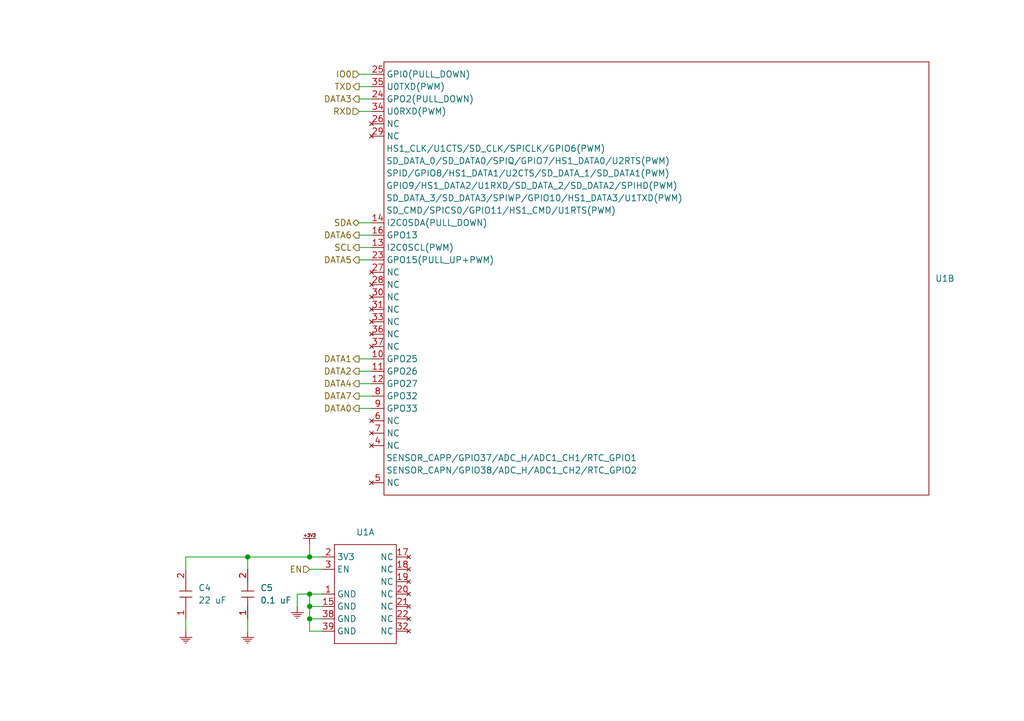
<source format=kicad_sch>
(kicad_sch (version 20230121) (generator eeschema)
  (paper "A5")
  (lib_symbols
    (symbol "zandmd:+3V3" (power) (pin_names (offset 0))
      (symbol "+3V3_0_1"
        (polyline (pts (xy -1.27 1.27) (xy 1.27 1.27)))
        (polyline (pts (xy 0 0) (xy 0 1.27)))
      )
      (symbol "+3V3_1_1"
        (text "+3V3" (at 0 1.905 0) (effects (font (size 0.635 0.635))))
        (pin power_in line (at 0 0 90) (length 0) hide (name "+3V3") (number "1"))
      )
    )
    (symbol "zandmd:CAPACITOR" (pin_names (offset 0))
      (property "Reference" "C" (at 0 0 0))
      (property "Value" "C" (at 0 0 0))
      (symbol "CAPACITOR_0_1"
        (polyline (pts (xy 2.54 0) (xy 4.445 0)))
        (polyline (pts (xy 4.445 1.27) (xy 4.445 -1.27)))
        (polyline (pts (xy 5.715 1.27) (xy 5.715 -1.27)))
        (polyline (pts (xy 7.62 0) (xy 5.715 0)))
      )
      (symbol "CAPACITOR_1_1"
        (pin passive line (at 0 0 0) (length 2.54) (name "") (number "1"))
        (pin passive line (at 10.16 0 180) (length 2.54) (name "") (number "2"))
      )
    )
    (symbol "zandmd:ESP32-WROOM-32E-N4"
      (property "Reference" "U" (at 0 0 0))
      (symbol "ESP32-WROOM-32E-N4_1_1"
        (rectangle (start 2.54 20.32) (end 15.24 0))
        (pin passive line (at 0 10.16 0) (length 2.54) (name "GND") (number "1"))
        (pin passive line (at 0 7.62 0) (length 2.54) (name "GND") (number "15"))
        (pin no_connect line (at 17.78 17.78 180) (length 2.54) (name "NC") (number "17"))
        (pin no_connect line (at 17.78 15.24 180) (length 2.54) (name "NC") (number "18"))
        (pin no_connect line (at 17.78 12.7 180) (length 2.54) (name "NC") (number "19"))
        (pin power_in line (at 0 17.78 0) (length 2.54) (name "3V3") (number "2"))
        (pin no_connect line (at 17.78 10.16 180) (length 2.54) (name "NC") (number "20"))
        (pin no_connect line (at 17.78 7.62 180) (length 2.54) (name "NC") (number "21"))
        (pin no_connect line (at 17.78 5.08 180) (length 2.54) (name "NC") (number "22"))
        (pin input line (at 0 15.24 0) (length 2.54) (name "EN") (number "3"))
        (pin no_connect line (at 17.78 2.54 180) (length 2.54) (name "NC") (number "32"))
        (pin passive line (at 0 5.08 0) (length 2.54) (name "GND") (number "38"))
        (pin passive line (at 0 2.54 0) (length 2.54) (name "GND") (number "39"))
      )
      (symbol "ESP32-WROOM-32E-N4_2_1"
        (rectangle (start 2.54 88.9) (end 114.3 0))
        (text "GPIO9/HS1_DATA2/U1RXD/SD_DATA_2/SD_DATA2/SPIHD(PWM)" (at 2.9718 63.5 0) (effects (font (size 1.27 1.27)) (justify left)))
        (text "HS1_CLK/U1CTS/SD_CLK/SPICLK/GPIO6(PWM)" (at 2.9718 71.12 0) (effects (font (size 1.27 1.27)) (justify left)))
        (text "SD_CMD/SPICS0/GPIO11/HS1_CMD/U1RTS(PWM)" (at 2.9718 58.42 0) (effects (font (size 1.27 1.27)) (justify left)))
        (text "SD_DATA_0/SD_DATA0/SPIQ/GPIO7/HS1_DATA0/U2RTS(PWM)" (at 2.9718 68.58 0) (effects (font (size 1.27 1.27)) (justify left)))
        (text "SD_DATA_3/SD_DATA3/SPIWP/GPIO10/HS1_DATA3/U1TXD(PWM)" (at 2.9718 60.96 0) (effects (font (size 1.27 1.27)) (justify left)))
        (text "SENSOR_CAPN/GPIO38/ADC_H/ADC1_CH2/RTC_GPIO2" (at 2.9718 5.08 0) (effects (font (size 1.27 1.27)) (justify left)))
        (text "SENSOR_CAPP/GPIO37/ADC_H/ADC1_CH1/RTC_GPIO1" (at 2.9718 7.62 0) (effects (font (size 1.27 1.27)) (justify left)))
        (text "SPID/GPIO8/HS1_DATA1/U2CTS/SD_DATA_1/SD_DATA1(PWM)" (at 2.9718 66.04 0) (effects (font (size 1.27 1.27)) (justify left)))
        (pin bidirectional line (at 0 27.94 0) (length 2.54) (name "ADC2_CH8/RTC_GPIO6/GPIO25/EMAC_RXD0/DAC_1") (number "10") (alternate "GPO25" output line) (alternate "NC" no_connect line))
        (pin bidirectional line (at 0 25.4 0) (length 2.54) (name "GPIO26/EMAC_RXD1/DAC_2/ADC2_CH9/RTC_GPIO7") (number "11") (alternate "GPO26" output line) (alternate "NC" no_connect line))
        (pin bidirectional line (at 0 22.86 0) (length 2.54) (name "GPIO27/EMAC_RX_DV/ADC2_CH7/TOUCH7/RTC_GPIO17") (number "12") (alternate "GPO27" output line) (alternate "NC" no_connect line))
        (pin bidirectional line (at 0 50.8 0) (length 2.54) (name "HS2_CLK/SD_CLK/EMAC_TXD2/TOUCH6/RTC_GPIO16/MTMS/HSPICLK/GPIO14/ADC2_CH6(PWM)") (number "13") (alternate "I2C0SCL(PWM)" open_collector line) (alternate "NC" no_connect line))
        (pin bidirectional line (at 0 55.88 0) (length 2.54) (name "RTC_GPIO15/GPIO12/SD_DATA2/EMAC_TXD3/ADC2_CH5/TOUCH5/MTDI/HSPIQ/HS2_DATA2(PULL_DOWN)") (number "14") (alternate "I2C0SDA(PULL_DOWN)" open_collector line) (alternate "NC" no_connect line))
        (pin bidirectional line (at 0 53.34 0) (length 2.54) (name "HSPID/ADC2_CH4/TOUCH4/EMAC_RX_ER/RTC_GPIO14/MTCK/GPIO13/HS2_DATA3/SD_DATA3") (number "16") (alternate "GPO13" output line) (alternate "NC" no_connect line))
        (pin bidirectional line (at 0 48.26 0) (length 2.54) (name "RTC_GPIO13/I2C_SDA/MTDO/EMAC_RXD3/ADC2_CH4/SD_CMD/TOUCH3/HSPICS0/GPIO15/HS2_CMD(PULL_UP+PWM)") (number "23") (alternate "GPO15(PULL_UP+PWM)" output line) (alternate "NC" no_connect line))
        (pin bidirectional line (at 0 81.28 0) (length 2.54) (name "RTC_GPIO12/I2C_SCL/GPIO2/HSPIWP/HS2_DATA0/SD_DATA0/ADC2_CH2/TOUCH2(PULL_DOWN)") (number "24") (alternate "GPO2(PULL_DOWN)" output line) (alternate "I2C0SDA(PULL_DOWN)" open_collector line) (alternate "NC" no_connect line))
        (pin bidirectional line (at 0 86.36 0) (length 2.54) (name "GPIO0/CLK_OUT1/EMAC_TX_CLK/ADC2_CH1/TOUCH1/RTC_GPIO11/I2C_SDA(PULL_DOWN)") (number "25") (alternate "GPI0(PULL_DOWN)" input line) (alternate "I2C0SDA(PULL_DOWN)" open_collector line) (alternate "NC" no_connect line))
        (pin bidirectional line (at 0 76.2 0) (length 2.54) (name "EMAC_TX_ER/ADC2_CH0/TOUCH0/I2C_SCL/GPIO4/HSPIHD/HS2_DATA1/SD_DATA1/RTC_GPIO10") (number "26") (alternate "NC" no_connect line))
        (pin bidirectional line (at 0 45.72 0) (length 2.54) (name "U2RXD/EMAC_CLK_OUT/GPIO16/HS1_DATA4") (number "27") (alternate "NC" no_connect line))
        (pin bidirectional line (at 0 43.18 0) (length 2.54) (name "HS1_DATA5/U2TXD/EMAC_CLK_180/GPIO17") (number "28") (alternate "NC" no_connect line))
        (pin bidirectional line (at 0 73.66 0) (length 2.54) (name "GPIO5/VSPICS0/HS1_DATA6/EMAC_RX_CLK(PULL_UP+PWM)") (number "29") (alternate "NC" no_connect line))
        (pin bidirectional line (at 0 40.64 0) (length 2.54) (name "GPIO18/VSPICLK/HS1_DATA7") (number "30") (alternate "NC" no_connect line))
        (pin bidirectional line (at 0 38.1 0) (length 2.54) (name "GPIO19/VSPIQ/U0CTS/EMAC_TXD0") (number "31") (alternate "NC" no_connect line))
        (pin bidirectional line (at 0 35.56 0) (length 2.54) (name "GPIO21/VSPIHD/EMAC_TX_EN") (number "33") (alternate "NC" no_connect line))
        (pin bidirectional line (at 0 78.74 0) (length 2.54) (name "U0RXD/CLK_OUT2/GPIO3(PWM)") (number "34") (alternate "I2C0SCL(PWM)" open_collector line) (alternate "NC" no_connect line) (alternate "U0RXD(PWM)" input line))
        (pin bidirectional line (at 0 83.82 0) (length 2.54) (name "U0TXD/CLK_OUT3/GPIO1/EMAC_RXD2(PWM)") (number "35") (alternate "I2C0SCL(PWM)" open_collector line) (alternate "NC" no_connect line) (alternate "U0TXD(PWM)" output line))
        (pin bidirectional line (at 0 33.02 0) (length 2.54) (name "U0RTS/EMAC_TXD1/GPIO22/VSPIWP") (number "36") (alternate "NC" no_connect line))
        (pin bidirectional line (at 0 30.48 0) (length 2.54) (name "GPIO23/VSPID/HS1_STROBE") (number "37") (alternate "NC" no_connect line))
        (pin input line (at 0 10.16 0) (length 2.54) (name "RTC_GPIO0/SENSOR_VP/GPIO36/ADC_H/ADC1_CH0") (number "4") (alternate "NC" no_connect line))
        (pin input line (at 0 2.54 0) (length 2.54) (name "SENSOR_VN/GPIO39/ADC_H/ADC1_CH3/RTC_GPIO3") (number "5") (alternate "NC" no_connect line))
        (pin input line (at 0 15.24 0) (length 2.54) (name "VDET_1/GPIO34/ADC1_CH6/RTC_GPIO4") (number "6") (alternate "NC" no_connect line))
        (pin input line (at 0 12.7 0) (length 2.54) (name "DAC_1/ADC2_CH8/RTC_GPIO6/VDET_2/GPIO35") (number "7") (alternate "NC" no_connect line))
        (pin bidirectional line (at 0 20.32 0) (length 2.54) (name "32K_XP/GPIO32/XTAL_32K_P/ADC1_CH4/TOUCH9/RTC_GPIO9") (number "8") (alternate "GPO32" output line) (alternate "NC" no_connect line))
        (pin bidirectional line (at 0 17.78 0) (length 2.54) (name "32K_XN/GPIO33/XTAL_32K_N/ADC1_CH5/TOUCH8/RTC_GPIO8") (number "9") (alternate "GPO33" output line) (alternate "NC" no_connect line))
      )
    )
    (symbol "zandmd:GND" (power) (pin_names (offset 0))
      (symbol "GND_0_1"
        (polyline (pts (xy -1.27 -1.27) (xy 1.27 -1.27)))
        (polyline (pts (xy -0.889 -1.651) (xy 0.889 -1.651)))
        (polyline (pts (xy -0.508 -2.032) (xy 0.508 -2.032)))
        (polyline (pts (xy -0.127 -2.413) (xy 0.127 -2.413)))
        (polyline (pts (xy 0 0) (xy 0 -1.27)))
      )
      (symbol "GND_1_1"
        (pin power_in line (at 0 0 270) (length 0) hide (name "GND") (number "1"))
      )
    )
  )
  (junction (at 63.5 124.46))
  (junction (at 63.5 127))
  (junction (at 50.8 114.3))
  (junction (at 63.5 121.92))
  (junction (at 63.5 114.3))
  (wire (pts (xy 63.5 116.84) (xy 66.04 116.84)))
  (wire (pts (xy 73.66 78.74) (xy 76.2 78.74)))
  (wire (pts (xy 63.5 127) (xy 66.04 127)))
  (wire (pts (xy 73.66 73.66) (xy 76.2 73.66)))
  (wire (pts (xy 38.1 114.3) (xy 38.1 116.84)))
  (wire (pts (xy 66.04 121.92) (xy 63.5 121.92)))
  (wire (pts (xy 73.66 48.26) (xy 76.2 48.26)))
  (wire (pts (xy 63.5 124.46) (xy 63.5 127)))
  (wire (pts (xy 60.96 124.46) (xy 60.96 121.92)))
  (wire (pts (xy 38.1 127) (xy 38.1 129.54)))
  (wire (pts (xy 73.66 45.72) (xy 76.2 45.72)))
  (wire (pts (xy 73.66 76.2) (xy 76.2 76.2)))
  (wire (pts (xy 73.66 15.24) (xy 76.2 15.24)))
  (wire (pts (xy 73.66 50.8) (xy 76.2 50.8)))
  (wire (pts (xy 50.8 114.3) (xy 63.5 114.3)))
  (wire (pts (xy 50.8 127) (xy 50.8 129.54)))
  (wire (pts (xy 63.5 124.46) (xy 66.04 124.46)))
  (wire (pts (xy 63.5 121.92) (xy 63.5 124.46)))
  (wire (pts (xy 73.66 22.86) (xy 76.2 22.86)))
  (wire (pts (xy 73.66 83.82) (xy 76.2 83.82)))
  (wire (pts (xy 63.5 127) (xy 63.5 129.54)))
  (wire (pts (xy 63.5 129.54) (xy 66.04 129.54)))
  (wire (pts (xy 73.66 20.32) (xy 76.2 20.32)))
  (wire (pts (xy 73.66 81.28) (xy 76.2 81.28)))
  (wire (pts (xy 60.96 121.92) (xy 63.5 121.92)))
  (wire (pts (xy 73.66 53.34) (xy 76.2 53.34)))
  (wire (pts (xy 73.66 17.78) (xy 76.2 17.78)))
  (wire (pts (xy 50.8 114.3) (xy 38.1 114.3)))
  (wire (pts (xy 50.8 114.3) (xy 50.8 116.84)))
  (wire (pts (xy 63.5 111.76) (xy 63.5 114.3)))
  (wire (pts (xy 66.04 114.3) (xy 63.5 114.3)))
  (hierarchical_label "DATA5" (shape output) (at 73.66 53.34 180))
  (hierarchical_label "SDA" (shape bidirectional) (at 73.66 45.72 180))
  (hierarchical_label "DATA2" (shape output) (at 73.66 76.2 180))
  (hierarchical_label "DATA0" (shape output) (at 73.66 83.82 180))
  (hierarchical_label "DATA3" (shape output) (at 73.66 20.32 180))
  (hierarchical_label "DATA6" (shape output) (at 73.66 48.26 180))
  (hierarchical_label "TXD" (shape output) (at 73.66 17.78 180))
  (hierarchical_label "DATA7" (shape output) (at 73.66 81.28 180))
  (hierarchical_label "SCL" (shape output) (at 73.66 50.8 180))
  (hierarchical_label "RXD" (shape input) (at 73.66 22.86 180))
  (hierarchical_label "IO0" (shape input) (at 73.66 15.24 180))
  (hierarchical_label "DATA1" (shape output) (at 73.66 73.66 180))
  (hierarchical_label "DATA4" (shape output) (at 73.66 78.74 180))
  (hierarchical_label "EN" (shape input) (at 63.5 116.84 180))
  (symbol (lib_id "zandmd:ESP32-WROOM-32E-N4") (at 76.2 101.6 0) (unit 2)
    (property "Reference" "U1" (at 191.77 57.15 0) (effects (justify left)))
    (property "Value" "ESP32-WROOM-32E-N4" (effects hide))
    (property "Footprint" "zandmd:ESP32-WROOM-32E-N4" (effects hide))
    (property "Datasheet" "https://www.espressif.com/sites/default/files/documentation/esp32-wroom-32e_esp32-wroom-32ue_datasheet_en.pdf" (effects hide))
    (property "Design Guide" "https://www.espressif.com/sites/default/files/documentation/esp32_hardware_design_guidelines_en.pdf" (effects hide))
    (property "Technical Reference Manual" "https://www.espressif.com/sites/default/files/documentation/esp32_technical_reference_manual_en.pdf" (effects hide))
    (property "Sim.Enable" "0" (effects hide))
    (pin "10" (alternate "GPO25"))
    (pin "11" (alternate "GPO26"))
    (pin "12" (alternate "GPO27"))
    (pin "13" (alternate "I2C0SCL(PWM)"))
    (pin "14" (alternate "I2C0SDA(PULL_DOWN)"))
    (pin "16" (alternate "GPO13"))
    (pin "23" (alternate "GPO15(PULL_UP+PWM)"))
    (pin "24" (alternate "GPO2(PULL_DOWN)"))
    (pin "25" (alternate "GPI0(PULL_DOWN)"))
    (pin "26" (alternate "NC"))
    (pin "27" (alternate "NC"))
    (pin "28" (alternate "NC"))
    (pin "29" (alternate "NC"))
    (pin "30" (alternate "NC"))
    (pin "31" (alternate "NC"))
    (pin "33" (alternate "NC"))
    (pin "34" (alternate "U0RXD(PWM)"))
    (pin "35" (alternate "U0TXD(PWM)"))
    (pin "36" (alternate "NC"))
    (pin "37" (alternate "NC"))
    (pin "4" (alternate "NC"))
    (pin "5" (alternate "NC"))
    (pin "6" (alternate "NC"))
    (pin "7" (alternate "NC"))
    (pin "8" (alternate "GPO32"))
    (pin "9" (alternate "GPO33"))
  )
  (symbol (lib_id "zandmd:GND") (at 38.1 129.54 0) (unit 1)
    (property "Reference" "#PWR06" (effects hide))
    (property "Value" "GND" (effects hide))
    (instances (project "neopixel-controller" (path "" (reference "#PWR06") (unit 1))) (project "main-board" (path "" (reference "#PWR07") (unit 1))))
  )
  (symbol (lib_id "zandmd:GND") (at 50.8 129.54 0) (unit 1)
    (property "Reference" "#PWR07" (effects hide))
    (property "Value" "GND" (effects hide))
    (instances (project "neopixel-controller" (path "" (reference "#PWR07") (unit 1))) (project "main-board" (path "" (reference "#PWR06") (unit 1))))
  )
  (symbol (lib_id "zandmd:+3V3") (at 63.5 111.76 0) (unit 1)
    (property "Reference" "#PWR08" (effects hide))
    (property "Value" "+3V3" (effects hide))
  )
  (symbol (lib_id "zandmd:ESP32-WROOM-32E-N4") (at 66.04 132.08 0) (unit 1)
    (property "Reference" "U1" (at 74.93 109.22 0))
    (property "Value" "ESP32-WROOM-32E-N4" (effects hide))
    (property "Footprint" "zandmd:ESP32-WROOM-32E-N4" (effects hide))
    (property "Datasheet" "https://www.espressif.com/sites/default/files/documentation/esp32-wroom-32e_esp32-wroom-32ue_datasheet_en.pdf" (effects hide))
    (property "Design Guide" "https://www.espressif.com/sites/default/files/documentation/esp32_hardware_design_guidelines_en.pdf" (effects hide))
    (property "Technical Reference Manual" "https://www.espressif.com/sites/default/files/documentation/esp32_technical_reference_manual_en.pdf" (effects hide))
    (property "Sim.Enable" "0" (effects hide))
    (pin "10" (alternate "GPO25"))
    (pin "11" (alternate "GPO26"))
    (pin "12" (alternate "GPO27"))
    (pin "13" (alternate "I2C0SCL(PWM)"))
    (pin "14" (alternate "I2C0SDA(PULL_DOWN)"))
    (pin "16" (alternate "GPO13"))
    (pin "23" (alternate "GPO15(PULL_UP+PWM)"))
    (pin "24" (alternate "GPO2(PULL_DOWN)"))
    (pin "25" (alternate "GPI0(PULL_DOWN)"))
    (pin "26" (alternate "NC"))
    (pin "27" (alternate "NC"))
    (pin "28" (alternate "NC"))
    (pin "29" (alternate "NC"))
    (pin "30" (alternate "NC"))
    (pin "31" (alternate "NC"))
    (pin "33" (alternate "NC"))
    (pin "34" (alternate "U0RXD(PWM)"))
    (pin "35" (alternate "U0TXD(PWM)"))
    (pin "36" (alternate "NC"))
    (pin "37" (alternate "NC"))
    (pin "4" (alternate "NC"))
    (pin "5" (alternate "NC"))
    (pin "6" (alternate "NC"))
    (pin "7" (alternate "NC"))
    (pin "8" (alternate "GPO32"))
    (pin "9" (alternate "GPO33"))
  )
  (symbol (lib_id "zandmd:CAPACITOR") (at 50.8 127 90) (unit 1)
    (property "Reference" "C5" (at 53.34 120.65 90) (effects (justify right)))
    (property "Value" "0.1 uF" (at 53.34 123.19 90) (effects (justify right)))
    (property "Footprint" "zandmd:PASSIVE-NPOL-0805" (effects hide))
    (property "Sim.Device" "C" (effects hide))
    (property "Sim.Pins" "1=+ 2=-" (effects hide))
  )
  (symbol (lib_id "zandmd:CAPACITOR") (at 38.1 127 90) (unit 1)
    (property "Reference" "C4" (at 40.64 120.65 90) (effects (justify right)))
    (property "Value" "22 uF" (at 40.64 123.19 90) (effects (justify right)))
    (property "Footprint" "zandmd:PASSIVE-NPOL-0805" (effects hide))
    (property "Sim.Device" "C" (effects hide))
    (property "Sim.Pins" "1=+ 2=-" (effects hide))
    (instances (project "neopixel-controller" (path "" (reference "C4") (unit 1))) (project "main-board" (path "" (reference "C3") (unit 1))))
  )
  (symbol (lib_id "zandmd:GND") (at 60.96 124.46 0) (unit 1)
    (property "Reference" "#PWR05" (effects hide))
    (property "Value" "GND" (effects hide))
  )
)
</source>
